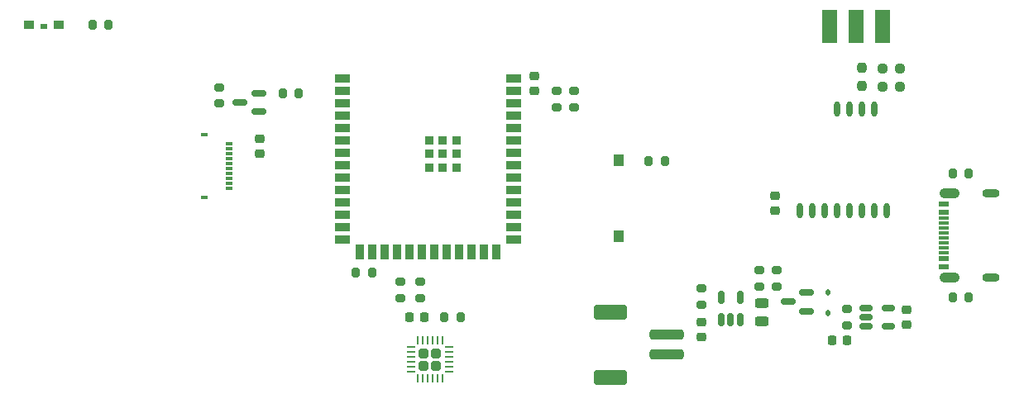
<source format=gbr>
%TF.GenerationSoftware,KiCad,Pcbnew,9.0.3*%
%TF.CreationDate,2025-10-17T08:06:55+02:00*%
%TF.ProjectId,communicator_pcb,636f6d6d-756e-4696-9361-746f725f7063,rev?*%
%TF.SameCoordinates,Original*%
%TF.FileFunction,Paste,Bot*%
%TF.FilePolarity,Positive*%
%FSLAX46Y46*%
G04 Gerber Fmt 4.6, Leading zero omitted, Abs format (unit mm)*
G04 Created by KiCad (PCBNEW 9.0.3) date 2025-10-17 08:06:55*
%MOMM*%
%LPD*%
G01*
G04 APERTURE LIST*
G04 Aperture macros list*
%AMRoundRect*
0 Rectangle with rounded corners*
0 $1 Rounding radius*
0 $2 $3 $4 $5 $6 $7 $8 $9 X,Y pos of 4 corners*
0 Add a 4 corners polygon primitive as box body*
4,1,4,$2,$3,$4,$5,$6,$7,$8,$9,$2,$3,0*
0 Add four circle primitives for the rounded corners*
1,1,$1+$1,$2,$3*
1,1,$1+$1,$4,$5*
1,1,$1+$1,$6,$7*
1,1,$1+$1,$8,$9*
0 Add four rect primitives between the rounded corners*
20,1,$1+$1,$2,$3,$4,$5,0*
20,1,$1+$1,$4,$5,$6,$7,0*
20,1,$1+$1,$6,$7,$8,$9,0*
20,1,$1+$1,$8,$9,$2,$3,0*%
G04 Aperture macros list end*
%ADD10RoundRect,0.200000X-0.200000X-0.275000X0.200000X-0.275000X0.200000X0.275000X-0.200000X0.275000X0*%
%ADD11RoundRect,0.243750X0.456250X-0.243750X0.456250X0.243750X-0.456250X0.243750X-0.456250X-0.243750X0*%
%ADD12RoundRect,0.200000X0.275000X-0.200000X0.275000X0.200000X-0.275000X0.200000X-0.275000X-0.200000X0*%
%ADD13RoundRect,0.200000X0.200000X0.275000X-0.200000X0.275000X-0.200000X-0.275000X0.200000X-0.275000X0*%
%ADD14RoundRect,0.237500X-0.250000X-0.237500X0.250000X-0.237500X0.250000X0.237500X-0.250000X0.237500X0*%
%ADD15RoundRect,0.112500X0.112500X-0.187500X0.112500X0.187500X-0.112500X0.187500X-0.112500X-0.187500X0*%
%ADD16R,1.140000X0.600000*%
%ADD17R,1.140000X0.300000*%
%ADD18O,2.100000X1.050000*%
%ADD19O,1.800000X0.900000*%
%ADD20RoundRect,0.200000X-0.275000X0.200000X-0.275000X-0.200000X0.275000X-0.200000X0.275000X0.200000X0*%
%ADD21RoundRect,0.150000X0.150000X-0.512500X0.150000X0.512500X-0.150000X0.512500X-0.150000X-0.512500X0*%
%ADD22RoundRect,0.225000X0.225000X0.250000X-0.225000X0.250000X-0.225000X-0.250000X0.225000X-0.250000X0*%
%ADD23R,0.900000X0.900000*%
%ADD24R,1.500000X0.900000*%
%ADD25R,0.900000X1.500000*%
%ADD26RoundRect,0.225000X0.250000X-0.225000X0.250000X0.225000X-0.250000X0.225000X-0.250000X-0.225000X0*%
%ADD27RoundRect,0.300000X0.000010X-0.500000X0.000010X0.500000X-0.000010X0.500000X-0.000010X-0.500000X0*%
%ADD28RoundRect,0.225000X-0.250000X0.225000X-0.250000X-0.225000X0.250000X-0.225000X0.250000X0.225000X0*%
%ADD29R,1.000000X0.900000*%
%ADD30R,0.800000X0.600000*%
%ADD31RoundRect,0.237500X0.237500X-0.250000X0.237500X0.250000X-0.237500X0.250000X-0.237500X-0.250000X0*%
%ADD32RoundRect,0.250000X0.255000X0.255000X-0.255000X0.255000X-0.255000X-0.255000X0.255000X-0.255000X0*%
%ADD33RoundRect,0.062500X0.375000X0.062500X-0.375000X0.062500X-0.375000X-0.062500X0.375000X-0.062500X0*%
%ADD34RoundRect,0.062500X0.062500X0.375000X-0.062500X0.375000X-0.062500X-0.375000X0.062500X-0.375000X0*%
%ADD35R,1.000000X1.250000*%
%ADD36RoundRect,0.150000X0.587500X0.150000X-0.587500X0.150000X-0.587500X-0.150000X0.587500X-0.150000X0*%
%ADD37RoundRect,0.150000X-0.512500X-0.150000X0.512500X-0.150000X0.512500X0.150000X-0.512500X0.150000X0*%
%ADD38R,1.500000X3.500000*%
%ADD39R,0.800000X0.300000*%
%ADD40R,0.800000X0.400000*%
%ADD41RoundRect,0.237500X0.250000X0.237500X-0.250000X0.237500X-0.250000X-0.237500X0.250000X-0.237500X0*%
%ADD42RoundRect,0.250000X1.500000X-0.250000X1.500000X0.250000X-1.500000X0.250000X-1.500000X-0.250000X0*%
%ADD43RoundRect,0.250001X1.449999X-0.499999X1.449999X0.499999X-1.449999X0.499999X-1.449999X-0.499999X0*%
G04 APERTURE END LIST*
D10*
%TO.C,R2*%
X217107000Y-77470000D03*
X218757000Y-77470000D03*
%TD*%
D11*
%TO.C,D2*%
X197551000Y-92626000D03*
X197551000Y-90751000D03*
%TD*%
D12*
%TO.C,R9*%
X197297000Y-89020500D03*
X197297000Y-87370500D03*
%TD*%
D13*
%TO.C,R19*%
X166737800Y-92202000D03*
X165087800Y-92202000D03*
%TD*%
D14*
%TO.C,R6*%
X209907500Y-68580000D03*
X211732500Y-68580000D03*
%TD*%
D15*
%TO.C,D3*%
X204355000Y-91743500D03*
X204355000Y-89643500D03*
%TD*%
D16*
%TO.C,J1*%
X216230000Y-80620000D03*
X216230000Y-81420000D03*
D17*
X216230000Y-82570000D03*
X216230000Y-83570000D03*
X216230000Y-84070000D03*
X216230000Y-85070000D03*
D16*
X216230000Y-87020000D03*
X216230000Y-86220000D03*
D17*
X216230000Y-85570000D03*
X216230000Y-84570000D03*
X216230000Y-83070000D03*
X216230000Y-82070000D03*
D18*
X216800000Y-79500000D03*
X216800000Y-88140000D03*
D19*
X220980000Y-79500000D03*
X220980000Y-88140000D03*
%TD*%
D13*
%TO.C,R5*%
X150177000Y-69215000D03*
X148527000Y-69215000D03*
%TD*%
D20*
%TO.C,R14*%
X176530000Y-69025000D03*
X176530000Y-70675000D03*
%TD*%
D21*
%TO.C,U2*%
X195326000Y-92445000D03*
X194376000Y-92445000D03*
X193426000Y-92445000D03*
X193426000Y-90170000D03*
X195326000Y-90170000D03*
%TD*%
D12*
%TO.C,R12*%
X162560000Y-90233000D03*
X162560000Y-88583000D03*
%TD*%
D22*
%TO.C,C5*%
X206310800Y-94571100D03*
X204760800Y-94571100D03*
%TD*%
D20*
%TO.C,R10*%
X199075000Y-87370500D03*
X199075000Y-89020500D03*
%TD*%
D23*
%TO.C,U1*%
X166308000Y-76838000D03*
X166308000Y-75438000D03*
X166308000Y-74038000D03*
X164908000Y-76838000D03*
X164908000Y-75438000D03*
X164908000Y-74038000D03*
X163508000Y-76838000D03*
X163508000Y-75438000D03*
X163508000Y-74038000D03*
D24*
X172158000Y-67718000D03*
X172158000Y-68988000D03*
X172158000Y-70258000D03*
X172158000Y-71528000D03*
X172158000Y-72798000D03*
X172158000Y-74068000D03*
X172158000Y-75338000D03*
X172158000Y-76608000D03*
X172158000Y-77878000D03*
X172158000Y-79148000D03*
X172158000Y-80418000D03*
X172158000Y-81688000D03*
X172158000Y-82958000D03*
X172158000Y-84228000D03*
D25*
X170393000Y-85478000D03*
X169123000Y-85478000D03*
X167853000Y-85478000D03*
X166583000Y-85478000D03*
X165313000Y-85478000D03*
X164043000Y-85478000D03*
X162773000Y-85478000D03*
X161503000Y-85478000D03*
X160233000Y-85478000D03*
X158963000Y-85478000D03*
X157693000Y-85478000D03*
X156423000Y-85478000D03*
D24*
X154658000Y-84228000D03*
X154658000Y-82958000D03*
X154658000Y-81688000D03*
X154658000Y-80418000D03*
X154658000Y-79148000D03*
X154658000Y-77878000D03*
X154658000Y-76608000D03*
X154658000Y-75338000D03*
X154658000Y-74068000D03*
X154658000Y-72798000D03*
X154658000Y-71528000D03*
X154658000Y-70258000D03*
X154658000Y-68988000D03*
X154658000Y-67718000D03*
%TD*%
D26*
%TO.C,C8*%
X198930000Y-81280000D03*
X198930000Y-79730000D03*
%TD*%
D27*
%TO.C,M1*%
X210312000Y-81266000D03*
X209042000Y-81266000D03*
X207772000Y-81266000D03*
X206502000Y-81266000D03*
X205232000Y-81266000D03*
X203962000Y-81266000D03*
X202692000Y-81266000D03*
X201422000Y-81266000D03*
X205232000Y-70866000D03*
X206502000Y-70866000D03*
X207772000Y-70866000D03*
X209042000Y-70866000D03*
%TD*%
D28*
%TO.C,C1*%
X174244000Y-67437000D03*
X174244000Y-68987000D03*
%TD*%
D10*
%TO.C,R18*%
X156020000Y-87630000D03*
X157670000Y-87630000D03*
%TD*%
D29*
%TO.C,D1*%
X125579000Y-62230000D03*
X122579000Y-62230000D03*
D30*
X124079000Y-62380000D03*
%TD*%
D31*
%TO.C,R4*%
X207772000Y-68476500D03*
X207772000Y-66651500D03*
%TD*%
D26*
%TO.C,C6*%
X212410000Y-92958500D03*
X212410000Y-91408500D03*
%TD*%
%TO.C,C4*%
X191401000Y-94215500D03*
X191401000Y-92665500D03*
%TD*%
D32*
%TO.C,U4*%
X164221000Y-97145000D03*
X164221000Y-95895000D03*
X162971000Y-97145000D03*
X162971000Y-95895000D03*
D33*
X165533500Y-95270000D03*
X165533500Y-95770000D03*
X165533500Y-96270000D03*
X165533500Y-96770000D03*
X165533500Y-97270000D03*
X165533500Y-97770000D03*
D34*
X164846000Y-98457500D03*
X164346000Y-98457500D03*
X163846000Y-98457500D03*
X163346000Y-98457500D03*
X162846000Y-98457500D03*
X162346000Y-98457500D03*
D33*
X161658500Y-97770000D03*
X161658500Y-97270000D03*
X161658500Y-96770000D03*
X161658500Y-96270000D03*
X161658500Y-95770000D03*
X161658500Y-95270000D03*
D34*
X162346000Y-94582500D03*
X162846000Y-94582500D03*
X163346000Y-94582500D03*
X163846000Y-94582500D03*
X164346000Y-94582500D03*
X164846000Y-94582500D03*
%TD*%
D35*
%TO.C,SW2*%
X182880000Y-83885000D03*
X182880000Y-76135000D03*
%TD*%
D36*
%TO.C,Q2*%
X202123000Y-89656500D03*
X202123000Y-91556500D03*
X200248000Y-90606500D03*
%TD*%
D37*
%TO.C,U3*%
X208224500Y-93133500D03*
X208224500Y-92183500D03*
X208224500Y-91233500D03*
X210499500Y-91233500D03*
X210499500Y-93133500D03*
%TD*%
D26*
%TO.C,C9*%
X146177000Y-75438000D03*
X146177000Y-73888000D03*
%TD*%
D13*
%TO.C,R17*%
X187642000Y-76149200D03*
X185992000Y-76149200D03*
%TD*%
%TO.C,R1*%
X130682000Y-62230000D03*
X129032000Y-62230000D03*
%TD*%
D12*
%TO.C,R11*%
X206310800Y-93020700D03*
X206310800Y-91370700D03*
%TD*%
D13*
%TO.C,R3*%
X218757000Y-90170000D03*
X217107000Y-90170000D03*
%TD*%
D38*
%TO.C,J3*%
X207220000Y-62350000D03*
X204520000Y-62350000D03*
X209920000Y-62350000D03*
%TD*%
D39*
%TO.C,J2*%
X143000000Y-74450000D03*
X143000000Y-74950000D03*
X143000000Y-75450000D03*
X143000000Y-75950000D03*
X143000000Y-76450000D03*
X143000000Y-76950000D03*
X143000000Y-77450000D03*
X143000000Y-77950000D03*
X143000000Y-78450000D03*
X143000000Y-78950000D03*
D40*
X140500000Y-73450000D03*
X140500000Y-79950000D03*
%TD*%
D12*
%TO.C,R13*%
X160528000Y-90233000D03*
X160528000Y-88583000D03*
%TD*%
D20*
%TO.C,R8*%
X191401000Y-89263500D03*
X191401000Y-90913500D03*
%TD*%
%TO.C,R15*%
X178308000Y-69025000D03*
X178308000Y-70675000D03*
%TD*%
D36*
%TO.C,Q1*%
X146050000Y-69220000D03*
X146050000Y-71120000D03*
X144175000Y-70170000D03*
%TD*%
D22*
%TO.C,C7*%
X163043200Y-92202000D03*
X161493200Y-92202000D03*
%TD*%
D12*
%TO.C,R7*%
X142000500Y-70296000D03*
X142000500Y-68646000D03*
%TD*%
D41*
%TO.C,R16*%
X211732500Y-66675000D03*
X209907500Y-66675000D03*
%TD*%
D42*
%TO.C,J4*%
X187850000Y-96000000D03*
X187850000Y-94000000D03*
D43*
X182100000Y-98350000D03*
X182100000Y-91650000D03*
%TD*%
M02*

</source>
